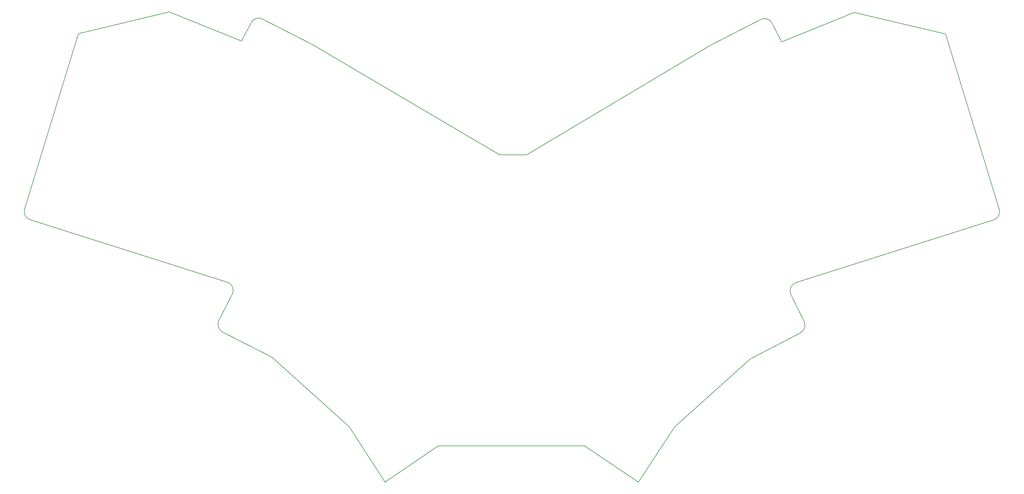
<source format=gbr>
G04 #@! TF.GenerationSoftware,KiCad,Pcbnew,(6.0.7)*
G04 #@! TF.CreationDate,2023-01-10T18:41:08-06:00*
G04 #@! TF.ProjectId,voxcertus-bottom,766f7863-6572-4747-9573-2d626f74746f,1.7*
G04 #@! TF.SameCoordinates,Original*
G04 #@! TF.FileFunction,Profile,NP*
%FSLAX46Y46*%
G04 Gerber Fmt 4.6, Leading zero omitted, Abs format (unit mm)*
G04 Created by KiCad (PCBNEW (6.0.7)) date 2023-01-10 18:41:08*
%MOMM*%
%LPD*%
G01*
G04 APERTURE LIST*
G04 #@! TA.AperFunction,Profile*
%ADD10C,0.150000*%
G04 #@! TD*
G04 APERTURE END LIST*
D10*
X237800000Y-42147200D02*
X234967902Y-36623549D01*
X205793200Y-157297200D02*
X195016270Y-173807200D01*
X73554956Y-117580612D02*
G75*
G03*
X72015228Y-114033972I-2301656J1108312D01*
G01*
X54673600Y-33209800D02*
X76300000Y-41947200D01*
X286804200Y-39788400D02*
X259448400Y-33413000D01*
X135116270Y-162979792D02*
X178876556Y-163001767D01*
X301125216Y-95466436D02*
X242116772Y-114177200D01*
X178876556Y-163001767D02*
X195016270Y-173807200D01*
X11417341Y-92112380D02*
G75*
G03*
X13017600Y-95338200I2412959J-812820D01*
G01*
X259448400Y-33413000D02*
X237800000Y-42147200D01*
X243369246Y-129196865D02*
G75*
G03*
X244538599Y-125792800I-1116646J2286465D01*
G01*
X108511200Y-157297200D02*
X119179200Y-173807200D01*
X243369246Y-129196865D02*
X228399200Y-136977200D01*
X240609711Y-117755033D02*
X244538599Y-125792800D01*
X242116776Y-114177213D02*
G75*
G03*
X240609711Y-117755033I779324J-2434587D01*
G01*
X216801800Y-43014200D02*
X161550000Y-76007200D01*
X76300000Y-41947200D02*
X79108401Y-36537200D01*
X234967942Y-36623529D02*
G75*
G03*
X231559200Y-35495801I-2265742J-1132971D01*
G01*
X69512589Y-125502940D02*
G75*
G03*
X70599400Y-128942399I2255111J-1178860D01*
G01*
X153450000Y-76007200D02*
X161550000Y-76007200D01*
X153450000Y-76007200D02*
X97269400Y-42836400D01*
X54673600Y-33209800D02*
X27495600Y-39712200D01*
X301125216Y-95466436D02*
G75*
G03*
X302907799Y-92366400I-655816J2439636D01*
G01*
X27495600Y-39712200D02*
X11417400Y-92112400D01*
X216801800Y-43014200D02*
X231559200Y-35495801D01*
X82486600Y-35292601D02*
X97269400Y-42836400D01*
X302907799Y-92366400D02*
X286804200Y-39788400D01*
X85397200Y-136469200D02*
X108511200Y-157297200D01*
X82486600Y-35292601D02*
G75*
G03*
X79108401Y-36537200I-1066800J-2311399D01*
G01*
X73555007Y-117580636D02*
X69512627Y-125502960D01*
X70599400Y-128942399D02*
X85397200Y-136469200D01*
X135116270Y-162979792D02*
X119179200Y-173807200D01*
X13017600Y-95338200D02*
X72015228Y-114033972D01*
X228399200Y-136977200D02*
X205793200Y-157297200D01*
M02*

</source>
